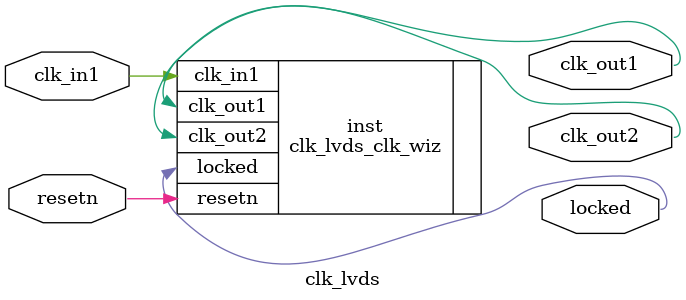
<source format=v>


`timescale 1ps/1ps

(* CORE_GENERATION_INFO = "clk_lvds,clk_wiz_v6_0_1_0_0,{component_name=clk_lvds,use_phase_alignment=true,use_min_o_jitter=false,use_max_i_jitter=false,use_dyn_phase_shift=false,use_inclk_switchover=false,use_dyn_reconfig=false,enable_axi=0,feedback_source=FDBK_AUTO,PRIMITIVE=MMCM,num_out_clk=2,clkin1_period=20.000,clkin2_period=10.0,use_power_down=false,use_reset=true,use_locked=true,use_inclk_stopped=false,feedback_type=SINGLE,CLOCK_MGR_TYPE=NA,manual_override=false}" *)

module clk_lvds 
 (
  // Clock out ports
  output        clk_out1,
  output        clk_out2,
  // Status and control signals
  input         resetn,
  output        locked,
 // Clock in ports
  input         clk_in1
 );

  clk_lvds_clk_wiz inst
  (
  // Clock out ports  
  .clk_out1(clk_out1),
  .clk_out2(clk_out2),
  // Status and control signals               
  .resetn(resetn), 
  .locked(locked),
 // Clock in ports
  .clk_in1(clk_in1)
  );

endmodule

</source>
